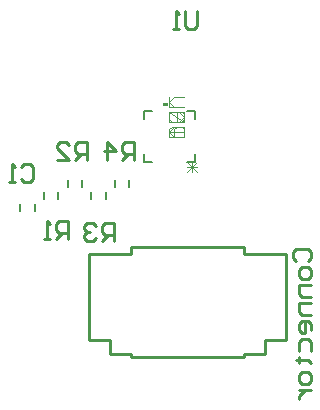
<source format=gbo>
%FSLAX44Y44*%
%MOMM*%
G71*
G01*
G75*
G04 Layer_Color=32896*
%ADD10R,2.5000X6.0000*%
%ADD11R,6.9850X4.0000*%
%ADD12R,6.0000X2.5000*%
%ADD13R,4.0000X6.9850*%
%ADD14C,1.0000*%
%ADD15C,0.2540*%
%ADD16C,4.0000*%
%ADD17C,1.2700*%
%ADD18R,1.2192X0.8128*%
%ADD19R,1.0200X3.8000*%
%ADD20R,0.3556X0.7620*%
%ADD21R,0.7620X0.3556*%
%ADD22R,2.7940X2.7940*%
%ADD23R,2.7032X6.2032*%
%ADD24R,7.1882X4.2032*%
%ADD25R,6.2032X2.7032*%
%ADD26R,4.2032X7.1882*%
%ADD27C,4.2032*%
%ADD28C,1.4732*%
%ADD29R,1.4224X1.0160*%
%ADD30R,1.1200X3.9000*%
%ADD31R,0.5588X0.9652*%
%ADD32R,0.9652X0.5588*%
%ADD33R,2.9972X2.9972*%
%ADD34R,0.0254X0.0254*%
%ADD35C,0.1524*%
%ADD36C,0.0762*%
G36*
X468655Y501035D02*
X464845D01*
Y503575D01*
X468655D01*
Y501035D01*
D02*
G37*
D15*
X532897Y290850D02*
X550923D01*
Y302650D01*
X568645D01*
Y375230D01*
X532897D02*
X568645D01*
X532897D02*
Y381914D01*
X437658D02*
X532897D01*
X437658Y375230D02*
Y381914D01*
X401910Y375230D02*
X437658D01*
X401910Y302650D02*
Y375230D01*
Y302650D02*
X419632D01*
Y290850D02*
Y302650D01*
Y290850D02*
X437658D01*
Y288086D02*
Y290850D01*
Y288086D02*
X532897D01*
Y290850D01*
X493622Y581167D02*
Y568471D01*
X491083Y565932D01*
X486004D01*
X483465Y568471D01*
Y581167D01*
X478387Y565932D02*
X473309D01*
X475848D01*
Y581167D01*
X478387Y578628D01*
X440000Y455000D02*
Y470235D01*
X432383D01*
X429843Y467696D01*
Y462617D01*
X432383Y460078D01*
X440000D01*
X434922D02*
X429843Y455000D01*
X417147D02*
Y470235D01*
X424765Y462617D01*
X414608D01*
X423000Y387000D02*
Y402235D01*
X415382D01*
X412843Y399696D01*
Y394618D01*
X415382Y392078D01*
X423000D01*
X417922D02*
X412843Y387000D01*
X407765Y399696D02*
X405226Y402235D01*
X400147D01*
X397608Y399696D01*
Y397157D01*
X400147Y394618D01*
X402687D01*
X400147D01*
X397608Y392078D01*
Y389539D01*
X400147Y387000D01*
X405226D01*
X407765Y389539D01*
X400000Y455000D02*
Y470235D01*
X392383D01*
X389843Y467696D01*
Y462617D01*
X392383Y460078D01*
X400000D01*
X394922D02*
X389843Y455000D01*
X374608D02*
X384765D01*
X374608Y465157D01*
Y467696D01*
X377147Y470235D01*
X382226D01*
X384765Y467696D01*
X384000Y388000D02*
Y403235D01*
X376382D01*
X373843Y400696D01*
Y395617D01*
X376382Y393078D01*
X384000D01*
X378922D02*
X373843Y388000D01*
X368765D02*
X363687D01*
X366226D01*
Y403235D01*
X368765Y400696D01*
X344471Y449442D02*
X347010Y451981D01*
X352089D01*
X354628Y449442D01*
Y439285D01*
X352089Y436746D01*
X347010D01*
X344471Y439285D01*
X339393Y436746D02*
X334315D01*
X336854D01*
Y451981D01*
X339393Y449442D01*
X577304Y369843D02*
X574765Y372383D01*
Y377461D01*
X577304Y380000D01*
X587461D01*
X590000Y377461D01*
Y372383D01*
X587461Y369843D01*
X590000Y362226D02*
Y357147D01*
X587461Y354608D01*
X582383D01*
X579843Y357147D01*
Y362226D01*
X582383Y364765D01*
X587461D01*
X590000Y362226D01*
Y349530D02*
X579843D01*
Y341912D01*
X582383Y339373D01*
X590000D01*
Y334295D02*
X579843D01*
Y326677D01*
X582383Y324138D01*
X590000D01*
Y311442D02*
Y316521D01*
X587461Y319060D01*
X582383D01*
X579843Y316521D01*
Y311442D01*
X582383Y308903D01*
X584922D01*
Y319060D01*
X579843Y293668D02*
Y301285D01*
X582383Y303825D01*
X587461D01*
X590000Y301285D01*
Y293668D01*
X577304Y286050D02*
X579843D01*
Y288590D01*
Y283511D01*
Y286050D01*
X587461D01*
X590000Y283511D01*
Y273354D02*
Y268276D01*
X587461Y265737D01*
X582383D01*
X579843Y268276D01*
Y273354D01*
X582383Y275894D01*
X587461D01*
X590000Y273354D01*
X579843Y260659D02*
X590000D01*
X584922D01*
X582383Y258119D01*
X579843Y255580D01*
Y253041D01*
D35*
X343904Y411952D02*
Y418000D01*
X356000Y411952D02*
Y418000D01*
X363904Y421952D02*
Y428000D01*
X376000Y421952D02*
Y428000D01*
X383904Y431952D02*
Y438000D01*
X396000Y431952D02*
Y438000D01*
X403904Y421952D02*
Y428000D01*
X416000Y421952D02*
Y428000D01*
X423904Y431952D02*
Y438000D01*
X436000Y431952D02*
Y438000D01*
X491717Y453283D02*
Y460145D01*
X484855Y496717D02*
X491717D01*
X448283Y453283D02*
Y460145D01*
Y496717D02*
X455145D01*
X491717Y489855D02*
Y496717D01*
X484855Y453283D02*
X491717D01*
X448283D02*
X455145D01*
X448283Y489855D02*
Y496717D01*
D36*
X493580Y445155D02*
X485116Y453619D01*
Y445155D02*
X493580Y453619D01*
X489348Y445155D02*
Y453619D01*
X485116Y449387D02*
X493580D01*
X470000Y475000D02*
X482696D01*
Y481348D01*
X480580Y483464D01*
X476348D01*
X474232Y481348D01*
Y475000D01*
X470000Y487696D02*
X482696D01*
X470000Y496160D01*
X482696D01*
Y475000D02*
X470000D01*
Y481348D01*
X472116Y483464D01*
X480580D01*
X482696Y481348D01*
Y475000D01*
Y496160D02*
Y487696D01*
X470000D01*
Y496160D01*
X476348Y487696D02*
Y491928D01*
X482696Y500392D02*
X474232D01*
X470000Y504624D01*
X474232Y508856D01*
X482696D01*
Y475000D02*
X474232D01*
X470000Y479232D01*
X474232Y483464D01*
X482696D01*
X470000Y487696D02*
X478464D01*
X482696Y491928D01*
X478464Y496160D01*
X470000D01*
X476348D01*
Y487696D01*
X482696Y500392D02*
X470000D01*
Y508856D01*
X482696Y475000D02*
Y483464D01*
Y479232D01*
X470000D01*
X482696Y494044D02*
Y489812D01*
X480580Y487696D01*
X472116D01*
X470000Y489812D01*
Y494044D01*
X472116Y496160D01*
X480580D01*
X482696Y494044D01*
Y500392D02*
X470000D01*
Y508856D01*
M02*

</source>
